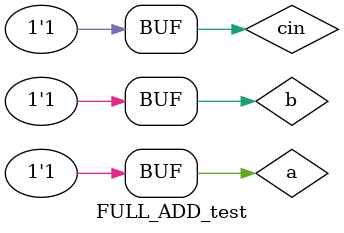
<source format=sv>
  module FULL_ADD_test;
  reg a,b,cin;
  wire sum,cout;
    FULL_ADD dut (.a(a),.b(b),.cin(cin),.sum(sum),.cout(cout));
  initial begin
         a = 1'b0; b = 1'b0;  cin= 1'b0;
     #10 a = 1'b0; b = 1'b0;  cin= 1'b1;
     #10 a = 1'b0; b = 1'b1;  cin= 1'b0;
     #10 a = 1'b0; b = 1'b1;  cin= 1'b1;
     #10 a = 1'b1; b = 1'b0;  cin= 1'b0;
     #10 a = 1'b1; b = 1'b0;  cin= 1'b1;
     #10 a = 1'b1; b = 1'b1;  cin= 1'b0;
     #10 a = 1'b1; b = 1'b1;  cin= 1'b1;
  end
  initial begin
    $monitor("simtime = %0t, a = %b, b = %b, cin = %b, sum = %b, cout = %b ",$time,a,b,cin,sum,cout);
  end
  initial begin
    $dumpfile("dump.vcd");
    $dumpvars(0,a,b,cin,sum,cout);
  end
endmodule

</source>
